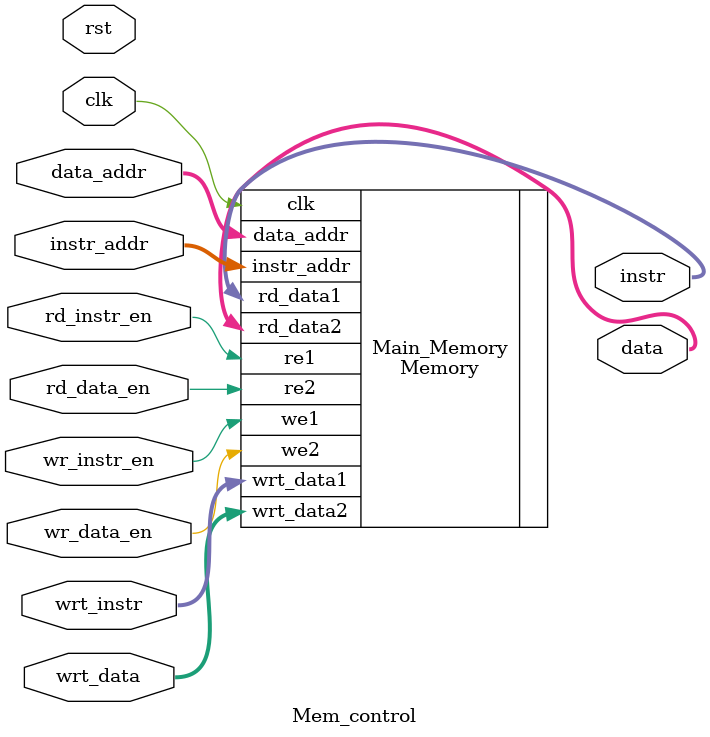
<source format=v>
module Mem_control
(
	// INPUTS
	clk, rst, 
	instr_addr, data_addr,
	rd_instr_en, rd_data_en,
	wr_instr_en, wr_data_en,
	wrt_instr, wrt_data,

	// OUTPUTS
	data, instr
);
	input clk;
	input rst;

	input [11:0] instr_addr; // values x000 - x3FF
	input [11:0] data_addr;	 // values x400 - xFFF

	input rd_instr_en, rd_data_en;

	input wr_instr_en, wr_data_en;	// Write instruction should never be high

	input [31:0] wrt_instr, wrt_data;
	output [31:0] data, instr;

	
Memory Main_Memory
(
	.clk(clk), 

	// Instruction Memory
	.instr_addr(instr_addr), .re1(rd_instr_en),
	.we1(wr_instr_en), .wrt_data1(wrt_instr),
	.rd_data1(instr),

	// Data Memory	
	.data_addr(data_addr), .re2(rd_data_en),
	.we2(wr_data_en), .wrt_data2(wrt_data),
	.rd_data2(data)
);
	

endmodule

</source>
